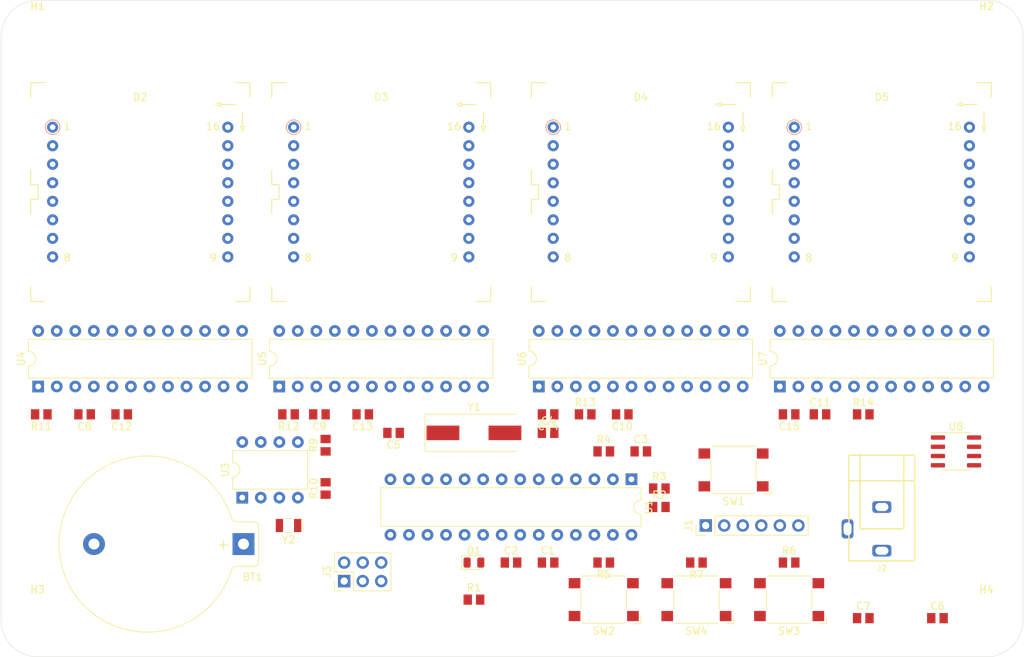
<source format=kicad_pcb>
(kicad_pcb (version 20211014) (generator pcbnew)
  (layers (0 "F.Cu" signal) (31 "B.Cu" signal) (34 "B.Paste" user) (35 "F.Paste" user) (36 "B.SilkS" user "B.Silkscreen") (37 "F.SilkS" user "F.Silkscreen") (38 "B.Mask" user) (39 "F.Mask" user) (44 "Edge.Cuts" user))
  (net 0 "")
  (net 1 "GND")
  (net 2 "Net-(BT1-Pad1)")
  (net 3 "Net-(C1-Pad1)")
  (net 4 "VCC")
  (net 5 "RESET")
  (net 6 "Net-(C3-Pad2)")
  (net 7 "Net-(C4-Pad2)")
  (net 8 "Net-(C5-Pad1)")
  (net 9 "Net-(C6-Pad1)")
  (net 10 "Net-(D1-Pad1)")
  (net 11 "LED_SCK")
  (net 12 "1DIG_4")
  (net 13 "1DIG_6")
  (net 14 "1SEG_A")
  (net 15 "1SEG_B")
  (net 16 "1DIG_7")
  (net 17 "1SEG_D")
  (net 18 "1DIG_5")
  (net 19 "1DIG_2")
  (net 20 "1DIG_0")
  (net 21 "1SEG_C")
  (net 22 "1SEG_E")
  (net 23 "1DIG_3")
  (net 24 "1SEG_DP")
  (net 25 "1DIG_1")
  (net 26 "1SEG_F")
  (net 27 "2DIG_4")
  (net 28 "2DIG_6")
  (net 29 "2SEG_A")
  (net 30 "2SEG_B")
  (net 31 "2DIG_7")
  (net 32 "2SEG_D")
  (net 33 "2DIG_5")
  (net 34 "2DIG_2")
  (net 35 "2DIG_0")
  (net 36 "2SEG_C")
  (net 37 "2SEG_E")
  (net 38 "2DIG_3")
  (net 39 "2SEG_DP")
  (net 40 "2DIG_1")
  (net 41 "2SEG_F")
  (net 42 "3DIG_4")
  (net 43 "3DIG_6")
  (net 44 "3SEG_A")
  (net 45 "3SEG_B")
  (net 46 "3DIG_7")
  (net 47 "3SEG_D")
  (net 48 "3DIG_5")
  (net 49 "3DIG_2")
  (net 50 "3DIG_0")
  (net 51 "3SEG_C")
  (net 52 "3SEG_E")
  (net 53 "3DIG_3")
  (net 54 "3SEG_DP")
  (net 55 "3DIG_1")
  (net 56 "3SEG_F")
  (net 57 "4DIG_4")
  (net 58 "4DIG_6")
  (net 59 "4SEG_A")
  (net 60 "4SEG_B")
  (net 61 "4DIG_7")
  (net 62 "4SEG_D")
  (net 63 "4DIG_5")
  (net 64 "4DIG_2")
  (net 65 "4DIG_0")
  (net 66 "4SEG_C")
  (net 67 "4SEG_E")
  (net 68 "4DIG_3")
  (net 69 "4SEG_DP")
  (net 70 "4DIG_1")
  (net 71 "4SEG_F")
  (net 72 "Net-(J1-Pad5)")
  (net 73 "Net-(J1-Pad4)")
  (net 78 "MISO")
  (net 79 "MOSI")
  (net 80 "RXD")
  (net 81 "TXD")
  (net 82 "BTN_UP")
  (net 83 "BTN_DWN")
  (net 84 "BTN_SEL")
  (net 85 "SCL")
  (net 86 "SDA")
  (net 87 "Net-(R11-Pad2)")
  (net 88 "Net-(R12-Pad2)")
  (net 89 "Net-(R13-Pad2)")
  (net 90 "Net-(R14-Pad2)")
  (net 91 "DIN")
  (net 92 "CS")
  (net 100 "CLK")
  (net 101 "Net-(U3-Pad1)")
  (net 102 "Net-(U3-Pad2)")
  (net 104 "Net-(U4-Pad1)")
  (net 105 "1SEG_G")
  (net 106 "D_OUT")
  (net 107 "Net-(U5-Pad1)")
  (net 108 "2SEG_G")
  (net 109 "Net-(U6-Pad1)")
  (net 110 "3SEG_G")
  (net 111 "4SEG_G")
  (footprint "footprints:C_0805_2012Metric" (layer "F.Cu") (at 198.12 139.7)
    (fp_text reference "C7" (at 0 -1.65) (layer "F.SilkS"))
    (fp_text value "C_0805_0.1uf")
    (pad "1" smd rect locked (at -0.85 0) (size 1.15 1.4) (layers "F.Cu" "F.Paste" "F.Mask") (net 4 "VCC"))
    (pad "2" smd rect locked (at 0.85 0) (size 1.15 1.4) (layers "F.Cu" "F.Paste" "F.Mask") (net 1 "GND"))
  )
  (footprint "footprints:MountingHole_3.2mm_M3" (layer "F.Cu") (at 215 140)
    (fp_text reference "H4" (at 0 -4.2) (layer "F.SilkS"))
    (fp_text value "MountingHole")
    (pad "" np_thru_hole circle locked (at 0 0) (size 3.2 3.2) (drill 3.2) (layers *.Cu *.Mask))
  )
  (footprint "footprints:R_0805_2012Metric" (layer "F.Cu") (at 85.51 111.76 180)
    (fp_text reference "R11" (at 0 -1.65) (layer "F.SilkS"))
    (fp_text value "R_0805_10K")
    (pad "1" smd rect locked (at -0.85 0 180) (size 1.15 1.4) (layers "F.Cu" "F.Paste" "F.Mask") (net 4 "VCC"))
    (pad "2" smd rect locked (at 0.85 0 180) (size 1.15 1.4) (layers "F.Cu" "F.Paste" "F.Mask") (net 87 "Net-(R11-Pad2)"))
  )
  (footprint "footprints:MountingHole_3.2mm_M3" (layer "F.Cu") (at 85 60)
    (fp_text reference "H1" (at 0 -4.2) (layer "F.SilkS"))
    (fp_text value "MountingHole")
    (pad "" np_thru_hole circle locked (at 0 0) (size 3.2 3.2) (drill 3.2) (layers *.Cu *.Mask))
  )
  (footprint "footprints:KWM-30881CVB" (layer "F.Cu") (at 132.08 81.28)
    (fp_text reference "D3" (at 0 -13) (layer "F.SilkS"))
    (fp_text value "KWM-30881CVB")
    (fp_text user "1" (at -10 -9) (layer "F.SilkS"))
    (fp_text user "16" (at 10 -9) (layer "F.SilkS"))
    (fp_text user "9" (at 10 9) (layer "F.SilkS"))
    (fp_text user "8" (at -10 9) (layer "F.SilkS"))
    (pad "1" thru_hole circle locked (at -12 -8.89) (size 1.524 1.524) (drill 0.762) (layers *.Cu *.Mask) (net 27 "2DIG_4"))
    (pad "2" thru_hole circle locked (at -12 -6.35) (size 1.524 1.524) (drill 0.762) (layers *.Cu *.Mask) (net 28 "2DIG_6"))
    (pad "3" thru_hole circle locked (at -12 -3.81) (size 1.524 1.524) (drill 0.762) (layers *.Cu *.Mask) (net 29 "2SEG_A"))
    (pad "4" thru_hole circle locked (at -12 -1.27) (size 1.524 1.524) (drill 0.762) (layers *.Cu *.Mask) (net 30 "2SEG_B"))
    (pad "5" thru_hole circle locked (at -12 1.27) (size 1.524 1.524) (drill 0.762) (layers *.Cu *.Mask) (net 31 "2DIG_7"))
    (pad "6" thru_hole circle locked (at -12 3.81) (size 1.524 1.524) (drill 0.762) (layers *.Cu *.Mask) (net 32 "2SEG_D"))
    (pad "7" thru_hole circle locked (at -12 6.35) (size 1.524 1.524) (drill 0.762) (layers *.Cu *.Mask) (net 33 "2DIG_5"))
    (pad "8" thru_hole circle locked (at -12 8.89) (size 1.524 1.524) (drill 0.762) (layers *.Cu *.Mask) (net 34 "2DIG_2"))
    (pad "9" thru_hole circle locked (at 12 8.89) (size 1.524 1.524) (drill 0.762) (layers *.Cu *.Mask) (net 35 "2DIG_0"))
    (pad "10" thru_hole circle locked (at 12 6.35) (size 1.524 1.524) (drill 0.762) (layers *.Cu *.Mask) (net 36 "2SEG_C"))
    (pad "11" thru_hole circle locked (at 12 3.81) (size 1.524 1.524) (drill 0.762) (layers *.Cu *.Mask) (net 37 "2SEG_E"))
    (pad "12" thru_hole circle locked (at 12 1.27) (size 1.524 1.524) (drill 0.762) (layers *.Cu *.Mask) (net 38 "2DIG_3"))
    (pad "13" thru_hole circle locked (at 12 -1.27) (size 1.524 1.524) (drill 0.762) (layers *.Cu *.Mask) (net 39 "2SEG_DP"))
    (pad "14" thru_hole circle locked (at 12 -3.81) (size 1.524 1.524) (drill 0.762) (layers *.Cu *.Mask) (net 40 "2DIG_1"))
    (pad "15" thru_hole circle locked (at 12 -6.35) (size 1.524 1.524) (drill 0.762) (layers *.Cu *.Mask) (net 41 "2SEG_F"))
    (pad "16" thru_hole circle locked (at 12 -8.89) (size 1.524 1.524) (drill 0.762) (layers *.Cu *.Mask) (net 37 "2SEG_E"))
  )
  (footprint "footprints:PJ-102AH" (layer "F.Cu") (at 200.66 127.46)
    (fp_text reference "J2" (at 0 5.4102) (layer "F.SilkS") (effects (font (size 0.762 0.762) (thickness 0.1524))))
    (fp_text value "PJ-102AH" hide)
    (pad "1" thru_hole roundrect locked (at 0 3) (size 2.6 1.6) (drill oval 1.8 1.1) (layers *.Cu *.Mask) (net 9 "Net-(C6-Pad1)"))
    (pad "2" thru_hole roundrect locked (at 0 -3) (size 2.6 1.6) (drill oval 1.8 1.1) (layers *.Cu *.Mask) (net 1 "GND"))
    (pad "3" thru_hole roundrect locked (at -4.7 0) (size 1.6 2.6) (drill oval 1.1 1.8) (layers *.Cu *.Mask))
  )
  (footprint "footprints:R_0805_2012Metric" (layer "F.Cu") (at 162.56 132.08 180)
    (fp_text reference "R5" (at 0 -1.65) (layer "F.SilkS"))
    (fp_text value "R_0805_10K")
    (pad "1" smd rect locked (at -0.85 0 180) (size 1.15 1.4) (layers "F.Cu" "F.Paste" "F.Mask") (net 4 "VCC"))
    (pad "2" smd rect locked (at 0.85 0 180) (size 1.15 1.4) (layers "F.Cu" "F.Paste" "F.Mask") (net 82 "BTN_UP"))
  )
  (footprint "footprints:SW_SPST_Omron_B3FS-100xP" (layer "F.Cu") (at 162.56 137.16 180)
    (fp_text reference "SW2" (at 0 -4.3) (layer "F.SilkS"))
    (fp_text value "Omron_B3F_SPST")
    (pad "1" smd rect locked (at -4 -2.25) (size 1.6 1.4) (layers "F.Cu" "F.Paste" "F.Mask") (net 1 "GND"))
    (pad "2" smd rect locked (at 4 -2.25) (size 1.6 1.4) (layers "F.Cu" "F.Paste" "F.Mask") (net 1 "GND"))
    (pad "3" smd rect locked (at -4 2.25) (size 1.6 1.4) (layers "F.Cu" "F.Paste" "F.Mask") (net 82 "BTN_UP"))
    (pad "4" smd rect locked (at 4 2.25) (size 1.6 1.4) (layers "F.Cu" "F.Paste" "F.Mask") (net 82 "BTN_UP"))
  )
  (footprint "footprints:C_0805_2012Metric" (layer "F.Cu") (at 133.77 114.3 180)
    (fp_text reference "C5" (at 0 -1.65) (layer "F.SilkS"))
    (fp_text value "C_0805_22pf")
    (pad "1" smd rect locked (at -0.85 0 180) (size 1.15 1.4) (layers "F.Cu" "F.Paste" "F.Mask") (net 8 "Net-(C5-Pad1)"))
    (pad "2" smd rect locked (at 0.85 0 180) (size 1.15 1.4) (layers "F.Cu" "F.Paste" "F.Mask") (net 1 "GND"))
  )
  (footprint "footprints:C_0805_2012Metric" (layer "F.Cu") (at 154.94 111.76 180)
    (fp_text reference "C14" (at 0 -1.65) (layer "F.SilkS"))
    (fp_text value "C_0805_0.1uf")
    (pad "1" smd rect locked (at -0.85 0 180) (size 1.15 1.4) (layers "F.Cu" "F.Paste" "F.Mask") (net 4 "VCC"))
    (pad "2" smd rect locked (at 0.85 0 180) (size 1.15 1.4) (layers "F.Cu" "F.Paste" "F.Mask") (net 1 "GND"))
  )
  (footprint "footprints:MountingHole_3.2mm_M3" (layer "F.Cu") (at 85 140)
    (fp_text reference "H3" (at 0 -4.2) (layer "F.SilkS"))
    (fp_text value "MountingHole")
    (pad "" np_thru_hole circle locked (at 0 0) (size 3.2 3.2) (drill 3.2) (layers *.Cu *.Mask))
  )
  (footprint "footprints:BatteryHolder_Keystone_106_1x20mm" (layer "F.Cu") (at 113.213686 129.54 180)
    (fp_text reference "BT1" (at -1.25 -4.5) (layer "F.SilkS"))
    (fp_text value "Battery_Cell")
    (fp_text user "+" (at 2.75 0) (layer "F.SilkS") (effects (font (size 1.5 1.5))))
    (pad "1" thru_hole rect locked (at 0 0 180) (size 3 3) (drill 1.5) (layers *.Cu *.Mask) (net 2 "Net-(BT1-Pad1)"))
    (pad "2" thru_hole circle locked (at 20.49 0 180) (size 3 3) (drill 1.5) (layers *.Cu *.Mask) (net 1 "GND"))
  )
  (footprint "footprints:C_0805_2012Metric" (layer "F.Cu") (at 165.1 111.76 180)
    (fp_text reference "C10" (at 0 -1.65) (layer "F.SilkS"))
    (fp_text value "C_0805_10uf")
    (pad "1" smd rect locked (at -0.85 0 180) (size 1.15 1.4) (layers "F.Cu" "F.Paste" "F.Mask") (net 1 "GND"))
    (pad "2" smd rect locked (at 0.85 0 180) (size 1.15 1.4) (layers "F.Cu" "F.Paste" "F.Mask") (net 4 "VCC"))
  )
  (footprint "footprints:KWM-30881CVB" (layer "F.Cu") (at 167.64 81.28)
    (fp_text reference "D4" (at 0 -13) (layer "F.SilkS"))
    (fp_text value "KWM-30881CVB")
    (fp_text user "16" (at 10 -9) (layer "F.SilkS"))
    (fp_text user "9" (at 10 9) (layer "F.SilkS"))
    (fp_text user "1" (at -10 -9) (layer "F.SilkS"))
    (fp_text user "8" (at -10 9) (layer "F.SilkS"))
    (pad "1" thru_hole circle locked (at -12 -8.89) (size 1.524 1.524) (drill 0.762) (layers *.Cu *.Mask) (net 42 "3DIG_4"))
    (pad "2" thru_hole circle locked (at -12 -6.35) (size 1.524 1.524) (drill 0.762) (layers *.Cu *.Mask) (net 43 "3DIG_6"))
    (pad "3" thru_hole circle locked (at -12 -3.81) (size 1.524 1.524) (drill 0.762) (layers *.Cu *.Mask) (net 44 "3SEG_A"))
    (pad "4" thru_hole circle locked (at -12 -1.27) (size 1.524 1.524) (drill 0.762) (layers *.Cu *.Mask) (net 45 "3SEG_B"))
    (pad "5" thru_hole circle locked (at -12 1.27) (size 1.524 1.524) (drill 0.762) (layers *.Cu *.Mask) (net 46 "3DIG_7"))
    (pad "6" thru_hole circle locked (at -12 3.81) (size 1.524 1.524) (drill 0.762) (layers *.Cu *.Mask) (net 47 "3SEG_D"))
    (pad "7" thru_hole circle locked (at -12 6.35) (size 1.524 1.524) (drill 0.762) (layers *.Cu *.Mask) (net 48 "3DIG_5"))
    (pad "8" thru_hole circle locked (at -12 8.89) (size 1.524 1.524) (drill 0.762) (layers *.Cu *.Mask) (net 49 "3DIG_2"))
    (pad "9" thru_hole circle locked (at 12 8.89) (size 1.524 1.524) (drill 0.762) (layers *.Cu *.Mask) (net 50 "3DIG_0"))
    (pad "10" thru_hole circle locked (at 12 6.35) (size 1.524 1.524) (drill 0.762) (layers *.Cu *.Mask) (net 51 "3SEG_C"))
    (pad "11" thru_hole circle locked (at 12 3.81) (size 1.524 1.524) (drill 0.762) (layers *.Cu *.Mask) (net 52 "3SEG_E"))
    (pad "12" thru_hole circle locked (at 12 1.27) (size 1.524 1.524) (drill 0.762) (layers *.Cu *.Mask) (net 53 "3DIG_3"))
    (pad "13" thru_hole circle locked (at 12 -1.27) (size 1.524 1.524) (drill 0.762) (layers *.Cu *.Mask) (net 54 "3SEG_DP"))
    (pad "14" thru_hole circle locked (at 12 -3.81) (size 1.524 1.524) (drill 0.762) (layers *.Cu *.Mask) (net 55 "3DIG_1"))
    (pad "15" thru_hole circle locked (at 12 -6.35) (size 1.524 1.524) (drill 0.762) (layers *.Cu *.Mask) (net 56 "3SEG_F"))
    (pad "16" thru_hole circle locked (at 12 -8.89) (size 1.524 1.524) (drill 0.762) (layers *.Cu *.Mask) (net 52 "3SEG_E"))
  )
  (footprint "footprints:C_0805_2012Metric" (layer "F.Cu") (at 91.44 111.76 180)
    (fp_text reference "C8" (at 0 -1.65) (layer "F.SilkS"))
    (fp_text value "C_0805_10uf")
    (pad "1" smd rect locked (at -0.85 0 180) (size 1.15 1.4) (layers "F.Cu" "F.Paste" "F.Mask") (net 1 "GND"))
    (pad "2" smd rect locked (at 0.85 0 180) (size 1.15 1.4) (layers "F.Cu" "F.Paste" "F.Mask") (net 4 "VCC"))
  )
  (footprint "footprints:DIP-8_W7.62mm" (layer "F.Cu") (at 113.04 123.18 90)
    (fp_text reference "U3" (at 3.81 -2.33 90) (layer "F.SilkS"))
    (fp_text value "DS1307_DIP-8")
    (pad "1" thru_hole rect locked (at 0 0 90) (size 1.6 1.6) (drill 0.8) (layers *.Cu *.Mask) (net 101 "Net-(U3-Pad1)"))
    (pad "2" thru_hole oval locked (at 0 2.54 90) (size 1.6 1.6) (drill 0.8) (layers *.Cu *.Mask) (net 102 "Net-(U3-Pad2)"))
    (pad "3" thru_hole oval locked (at 0 5.08 90) (size 1.6 1.6) (drill 0.8) (layers *.Cu *.Mask) (net 2 "Net-(BT1-Pad1)"))
    (pad "4" thru_hole oval locked (at 0 7.62 90) (size 1.6 1.6) (drill 0.8) (layers *.Cu *.Mask) (net 1 "GND"))
    (pad "5" thru_hole oval locked (at 7.62 7.62 90) (size 1.6 1.6) (drill 0.8) (layers *.Cu *.Mask) (net 86 "SDA"))
    (pad "6" thru_hole oval locked (at 7.62 5.08 90) (size 1.6 1.6) (drill 0.8) (layers *.Cu *.Mask) (net 85 "SCL"))
    (pad "7" thru_hole oval locked (at 7.62 2.54 90) (size 1.6 1.6) (drill 0.8) (layers *.Cu *.Mask))
    (pad "8" thru_hole oval locked (at 7.62 0 90) (size 1.6 1.6) (drill 0.8) (layers *.Cu *.Mask) (net 4 "VCC"))
  )
  (footprint "footprints:DIP-24_W7.62mm" (layer "F.Cu") (at 153.665 107.94 90)
    (fp_text reference "U6" (at 3.81 -2.33 90) (layer "F.SilkS"))
    (fp_text value "MAX7219")
    (pad "1" thru_hole rect locked (at 0 0 90) (size 1.6 1.6) (drill 0.8) (layers *.Cu *.Mask) (net 109 "Net-(U6-Pad1)"))
    (pad "2" thru_hole oval locked (at 0 2.54 90) (size 1.6 1.6) (drill 0.8) (layers *.Cu *.Mask) (net 50 "3DIG_0"))
    (pad "3" thru_hole oval locked (at 0 5.08 90) (size 1.6 1.6) (drill 0.8) (layers *.Cu *.Mask) (net 42 "3DIG_4"))
    (pad "4" thru_hole oval locked (at 0 7.62 90) (size 1.6 1.6) (drill 0.8) (layers *.Cu *.Mask) (net 1 "GND"))
    (pad "5" thru_hole oval locked (at 0 10.16 90) (size 1.6 1.6) (drill 0.8) (layers *.Cu *.Mask) (net 43 "3DIG_6"))
    (pad "6" thru_hole oval locked (at 0 12.7 90) (size 1.6 1.6) (drill 0.8) (layers *.Cu *.Mask) (net 49 "3DIG_2"))
    (pad "7" thru_hole oval locked (at 0 15.24 90) (size 1.6 1.6) (drill 0.8) (layers *.Cu *.Mask) (net 53 "3DIG_3"))
    (pad "8" thru_hole oval locked (at 0 17.78 90) (size 1.6 1.6) (drill 0.8) (layers *.Cu *.Mask) (net 46 "3DIG_7"))
    (pad "9" thru_hole oval locked (at 0 20.32 90) (size 1.6 1.6) (drill 0.8) (layers *.Cu *.Mask) (net 1 "GND"))
    (pad "10" thru_hole oval locked (at 0 22.86 90) (size 1.6 1.6) (drill 0.8) (layers *.Cu *.Mask) (net 48 "3DIG_5"))
    (pad "11" thru_hole oval locked (at 0 25.4 90) (size 1.6 1.6) (drill 0.8) (layers *.Cu *.Mask) (net 55 "3DIG_1"))
    (pad "12" thru_hole oval locked (at 0 27.94 90) (size 1.6 1.6) (drill 0.8) (layers *.Cu *.Mask) (net 92 "CS"))
    (pad "13" thru_hole oval locked (at 7.62 27.94 90) (size 1.6 1.6) (drill 0.8) (layers *.Cu *.Mask) (net 100 "CLK"))
    (pad "14" thru_hole oval locked (at 7.62 25.4 90) (size 1.6 1.6) (drill 0.8) (layers *.Cu *.Mask) (net 44 "3SEG_A"))
    (pad "15" thru_hole oval locked (at 7.62 22.86 90) (size 1.6 1.6) (drill 0.8) (layers *.Cu *.Mask) (net 56 "3SEG_F"))
    (pad "16" thru_hole oval locked (at 7.62 20.32 90) (size 1.6 1.6) (drill 0.8) (layers *.Cu *.Mask) (net 45 "3SEG_B"))
    (pad "17" thru_hole oval locked (at 7.62 17.78 90) (size 1.6 1.6) (drill 0.8) (layers *.Cu *.Mask) (net 110 "3SEG_G"))
    (pad "18" thru_hole oval locked (at 7.62 15.24 90) (size 1.6 1.6) (drill 0.8) (layers *.Cu *.Mask) (net 89 "Net-(R13-Pad2)"))
    (pad "19" thru_hole oval locked (at 7.62 12.7 90) (size 1.6 1.6) (drill 0.8) (layers *.Cu *.Mask) (net 4 "VCC"))
    (pad "20" thru_hole oval locked (at 7.62 10.16 90) (size 1.6 1.6) (drill 0.8) (layers *.Cu *.Mask) (net 51 "3SEG_C"))
    (pad "21" thru_hole oval locked (at 7.62 7.62 90) (size 1.6 1.6) (drill 0.8) (layers *.Cu *.Mask) (net 52 "3SEG_E"))
    (pad "22" thru_hole oval locked (at 7.62 5.08 90) (size 1.6 1.6) (drill 0.8) (layers *.Cu *.Mask) (net 54 "3SEG_DP"))
    (pad "23" thru_hole oval locked (at 7.62 2.54 90) (size 1.6 1.6) (drill 0.8) (layers *.Cu *.Mask) (net 47 "3SEG_D"))
    (pad "24" thru_hole oval locked (at 7.62 0 90) (size 1.6 1.6) (drill 0.8) (layers *.Cu *.Mask) (net 107 "Net-(U5-Pad1)"))
  )
  (footprint "footprints:PinHeader_2x03_P2.54mm_Vertical" (layer "F.Cu") (at 127 134.62 90)
    (fp_text reference "J3" (at 1.27 -2.33 90) (layer "F.SilkS"))
    (fp_text value "Conn_02x03_Odd_Even")
    (pad "1" thru_hole rect locked (at 0 0 90) (size 1.7 1.7) (drill 1) (layers *.Cu *.Mask) (net 78 "MISO"))
    (pad "2" thru_hole oval locked (at 2.54 0 90) (size 1.7 1.7) (drill 1) (layers *.Cu *.Mask) (net 4 "VCC"))
    (pad "3" thru_hole oval locked (at 0 2.54 90) (size 1.7 1.7) (drill 1) (layers *.Cu *.Mask) (net 11 "LED_SCK"))
    (pad "4" thru_hole oval locked (at 2.54 2.54 90) (size 1.7 1.7) (drill 1) (layers *.Cu *.Mask) (net 79 "MOSI"))
    (pad "5" thru_hole oval locked (at 0 5.08 90) (size 1.7 1.7) (drill 1) (layers *.Cu *.Mask) (net 5 "RESET"))
    (pad "6" thru_hole oval locked (at 2.54 5.08 90) (size 1.7 1.7) (drill 1) (layers *.Cu *.Mask) (net 1 "GND"))
  )
  (footprint "footprints:C_0805_2012Metric" (layer "F.Cu") (at 96.52 111.76 180)
    (fp_text reference "C12" (at 0 -1.65) (layer "F.SilkS"))
    (fp_text value "C_0805_0.1uf")
    (pad "1" smd rect locked (at -0.85 0 180) (size 1.15 1.4) (layers "F.Cu" "F.Paste" "F.Mask") (net 4 "VCC"))
    (pad "2" smd rect locked (at 0.85 0 180) (size 1.15 1.4) (layers "F.Cu" "F.Paste" "F.Mask") (net 1 "GND"))
  )
  (footprint "footprints:C_0805_2012Metric" (layer "F.Cu") (at 129.54 111.76 180)
    (fp_text reference "C13" (at 0 -1.65) (layer "F.SilkS"))
    (fp_text value "C_0805_0.1uf")
    (pad "1" smd rect locked (at -0.85 0 180) (size 1.15 1.4) (layers "F.Cu" "F.Paste" "F.Mask") (net 4 "VCC"))
    (pad "2" smd rect locked (at 0.85 0 180) (size 1.15 1.4) (layers "F.Cu" "F.Paste" "F.Mask") (net 1 "GND"))
  )
  (footprint "footprints:Crystal_SMD_2Pin_3.2x1.5mm" (layer "F.Cu") (at 119.38 127 180)
    (fp_text reference "Y2" (at 0 -1.95) (layer "F.SilkS"))
    (fp_text value "Crystal_32768Hz")
    (pad "1" smd rect locked (at -1.25 0 180) (size 1 1.8) (layers "F.Cu" "F.Paste" "F.Mask") (net 102 "Net-(U3-Pad2)"))
    (pad "2" smd rect locked (at 1.25 0 180) (size 1 1.8) (layers "F.Cu" "F.Paste" "F.Mask") (net 101 "Net-(U3-Pad1)"))
  )
  (footprint "footprints:R_0805_2012Metric" (layer "F.Cu") (at 170.18 121.92)
    (fp_text reference "R3" (at 0 -1.65) (layer "F.SilkS"))
    (fp_text value "R_0805_47")
    (pad "1" smd rect locked (at -0.85 0) (size 1.15 1.4) (layers "F.Cu" "F.Paste" "F.Mask") (net 80 "RXD"))
    (pad "2" smd rect locked (at 0.85 0) (size 1.15 1.4) (layers "F.Cu" "F.Paste" "F.Mask") (net 72 "Net-(J1-Pad5)"))
  )
  (footprint "footprints:DIP-24_W7.62mm" (layer "F.Cu") (at 186.685 107.94 90)
    (fp_text reference "U7" (at 3.81 -2.33 90) (layer "F.SilkS"))
    (fp_text value "MAX7219")
    (pad "1" thru_hole rect locked (at 0 0 90) (size 1.6 1.6) (drill 0.8) (layers *.Cu *.Mask) (net 91 "DIN"))
    (pad "2" thru_hole oval locked (at 0 2.54 90) (size 1.6 1.6) (drill 0.8) (layers *.Cu *.Mask) (net 65 "4DIG_0"))
    (pad "3" thru_hole oval locked (at 0 5.08 90) (size 1.6 1.6) (drill 0.8) (layers *.Cu *.Mask) (net 57 "4DIG_4"))
    (pad "4" thru_hole oval locked (at 0 7.62 90) (size 1.6 1.6) (drill 0.8) (layers *.Cu *.Mask) (net 1 "GND"))
    (pad "5" thru_hole oval locked (at 0 10.16 90) (size 1.6 1.6) (drill 0.8) (layers *.Cu *.Mask) (net 58 "4DIG_6"))
    (pad "6" thru_hole oval locked (at 0 12.7 90) (size 1.6 1.6) (drill 0.8) (layers *.Cu *.Mask) (net 64 "4DIG_2"))
    (pad "7" thru_hole oval locked (at 0 15.24 90) (size 1.6 1.6) (drill 0.8) (layers *.Cu *.Mask) (net 68 "4DIG_3"))
    (pad "8" thru_hole oval locked (at 0 17.78 90) (size 1.6 1.6) (drill 0.8) (layers *.Cu *.Mask) (net 61 "4DIG_7"))
    (pad "9" thru_hole oval locked (at 0 20.32 90) (size 1.6 1.6) (drill 0.8) (layers *.Cu *.Mask) (net 1 "GND"))
    (pad "10" thru_hole oval locked (at 0 22.86 90) (size 1.6 1.6) (drill 0.8) (layers *.Cu *.Mask) (net 63 "4DIG_5"))
    (pad "11" thru_hole oval locked (at 0 25.4 90) (size 1.6 1.6) (drill 0.8) (layers *.Cu *.Mask) (net 70 "4DIG_1"))
    (pad "12" thru_hole oval locked (at 0 27.94 90) (size 1.6 1.6) (drill 0.8) (layers *.Cu *.Mask) (net 92 "CS"))
    (pad "13" thru_hole oval locked (at 7.62 27.94 90) (size 1.6 1.6) (drill 0.8) (layers *.Cu *.Mask) (net 100 "CLK"))
    (pad "14" thru_hole oval locked (at 7.62 25.4 90) (size 1.6 1.6) (drill 0.8) (layers *.Cu *.Mask) (net 59 "4SEG_A"))
    (pad "15" thru_hole oval locked (at 7.62 22.86 90) (size 1.6 1.6) (drill 0.8) (layers *.Cu *.Mask) (net 71 "4SEG_F"))
    (pad "16" thru_hole oval locked (at 7.62 20.32 90) (size 1.6 1.6) (drill 0.8) (layers *.Cu *.Mask) (net 60 "4SEG_B"))
    (pad "17" thru_hole oval locked (at 7.62 17.78 90) (size 1.6 1.6) (drill 0.8) (layers *.Cu *.Mask) (net 111 "4SEG_G"))
    (pad "18" thru_hole oval locked (at 7.62 15.24 90) (size 1.6 1.6) (drill 0.8) (layers *.Cu *.Mask) (net 90 "Net-(R14-Pad2)"))
    (pad "19" thru_hole oval locked (at 7.62 12.7 90) (size 1.6 1.6) (drill 0.8) (layers *.Cu *.Mask) (net 4 "VCC"))
    (pad "20" thru_hole oval locked (at 7.62 10.16 90) (size 1.6 1.6) (drill 0.8) (layers *.Cu *.Mask) (net 66 "4SEG_C"))
    (pad "21" thru_hole oval locked (at 7.62 7.62 90) (size 1.6 1.6) (drill 0.8) (layers *.Cu *.Mask) (net 67 "4SEG_E"))
    (pad "22" thru_hole oval locked (at 7.62 5.08 90) (size 1.6 1.6) (drill 0.8) (layers *.Cu *.Mask) (net 69 "4SEG_DP"))
    (pad "23" thru_hole oval locked (at 7.62 2.54 90) (size 1.6 1.6) (drill 0.8) (layers *.Cu *.Mask) (net 62 "4SEG_D"))
    (pad "24" thru_hole oval locked (at 7.62 0 90) (size 1.6 1.6) (drill 0.8) (layers *.Cu *.Mask) (net 109 "Net-(U6-Pad1)"))
  )
  (footprint "footprints:R_0805_2012Metric" (layer "F.Cu") (at 119.38 111.76 180)
    (fp_text reference "R12" (at 0 -1.65) (layer "F.SilkS"))
    (fp_text value "R_0805_10K")
    (pad "1" smd rect locked (at -0.85 0 180) (size 1.15 1.4) (layers "F.Cu" "F.Paste" "F.Mask") (net 4 "VCC"))
    (pad "2" smd rect locked (at 0.85 0 180) (size 1.15 1.4) (layers "F.Cu" "F.Paste" "F.Mask") (net 88 "Net-(R12-Pad2)"))
  )
  (footprint "footprints:DIP-28_W7.62mm" (layer "F.Cu") (at 166.36 120.66 -90)
    (fp_text reference "U1" (at 3.81 -2.33 90) (layer "F.SilkS"))
    (fp_text value "ATmega328-PU")
    (pad "1" thru_hole rect locked (at 0 0 270) (size 1.6 1.6) (drill 0.8) (layers *.Cu *.Mask) (net 5 "RESET"))
    (pad "2" thru_hole oval locked (at 0 2.54 270) (size 1.6 1.6) (drill 0.8) (layers *.Cu *.Mask) (net 80 "RXD"))
    (pad "3" thru_hole oval locked (at 0 5.08 270) (size 1.6 1.6) (drill 0.8) (layers *.Cu *.Mask) (net 81 "TXD"))
    (pad "4" thru_hole oval locked (at 0 7.62 270) (size 1.6 1.6) (drill 0.8) (layers *.Cu *.Mask) (net 83 "BTN_DWN"))
    (pad "5" thru_hole oval locked (at 0 10.16 270) (size 1.6 1.6) (drill 0.8) (layers *.Cu *.Mask) (net 84 "BTN_SEL"))
    (pad "6" thru_hole oval locked (at 0 12.7 270) (size 1.6 1.6) (drill 0.8) (layers *.Cu *.Mask) (net 82 "BTN_UP"))
    (pad "7" thru_hole oval locked (at 0 15.24 270) (size 1.6 1.6) (drill 0.8) (layers *.Cu *.Mask) (net 4 "VCC"))
    (pad "8" thru_hole oval locked (at 0 17.78 270) (size 1.6 1.6) (drill 0.8) (layers *.Cu *.Mask) (net 1 "GND"))
    (pad "9" thru_hole oval locked (at 0 20.32 270) (size 1.6 1.6) (drill 0.8) (layers *.Cu *.Mask) (net 7 "Net-(C4-Pad2)"))
    (pad "10" thru_hole oval locked (at 0 22.86 270) (size 1.6 1.6) (drill 0.8) (layers *.Cu *.Mask) (net 8 "Net-(C5-Pad1)"))
    (pad "11" thru_hole oval locked (at 0 25.4 270) (size 1.6 1.6) (drill 0.8) (layers *.Cu *.Mask))
    (pad "12" thru_hole oval locked (at 0 27.94 270) (size 1.6 1.6) (drill 0.8) (layers *.Cu *.Mask))
    (pad "13" thru_hole oval locked (at 0 30.48 270) (size 1.6 1.6) (drill 0.8) (layers *.Cu *.Mask))
    (pad "14" thru_hole oval locked (at 0 33.02 270) (size 1.6 1.6) (drill 0.8) (layers *.Cu *.Mask) (net 100 "CLK"))
    (pad "15" thru_hole oval locked (at 7.62 33.02 270) (size 1.6 1.6) (drill 0.8) (layers *.Cu *.Mask) (net 91 "DIN"))
    (pad "16" thru_hole oval locked (at 7.62 30.48 270) (size 1.6 1.6) (drill 0.8) (layers *.Cu *.Mask) (net 92 "CS"))
    (pad "17" thru_hole oval locked (at 7.62 27.94 270) (size 1.6 1.6) (drill 0.8) (layers *.Cu *.Mask) (net 79 "MOSI"))
    (pad "18" thru_hole oval locked (at 7.62 25.4 270) (size 1.6 1.6) (drill 0.8) (layers *.Cu *.Mask) (net 78 "MISO"))
    (pad "19" thru_hole oval locked (at 7.62 22.86 270) (size 1.6 1.6) (drill 0.8) (layers *.Cu *.Mask) (net 11 "LED_SCK"))
    (pad "20" thru_hole oval locked (at 7.62 20.32 270) (size 1.6 1.6) (drill 0.8) (layers *.Cu *.Mask) (net 4 "VCC"))
    (pad "21" thru_hole oval locked (at 7.62 17.78 270) (size 1.6 1.6) (drill 0.8) (layers *.Cu *.Mask) (net 3 "Net-(C1-Pad1)"))
    (pad "22" thru_hole oval locked (at 7.62 15.24 270) (size 1.6 1.6) (drill 0.8) (layers *.Cu *.Mask) (net 1 "GND"))
    (pad "23" thru_hole oval locked (at 7.62 12.7 270) (size 1.6 1.6) (drill 0.8) (layers *.Cu *.Mask))
    (pad "24" thru_hole oval locked (at 7.62 10.16 270) (size 1.6 1.6) (drill 0.8) (layers *.Cu *.Mask))
    (pad "25" thru_hole oval locked (at 7.62 7.62 270) (size 1.6 1.6) (drill 0.8) (layers *.Cu *.Mask))
    (pad "26" thru_hole oval locked (at 7.62 5.08 270) (size 1.6 1.6) (drill 0.8) (layers *.Cu *.Mask))
    (pad "27" thru_hole oval locked (at 7.62 2.54 270) (size 1.6 1.6) (drill 0.8) (layers *.Cu *.Mask) (net 86 "SDA"))
    (pad "28" thru_hole oval locked (at 7.62 0 270) (size 1.6 1.6) (drill 0.8) (layers *.Cu *.Mask) (net 85 "SCL"))
  )
  (footprint "footprints:SOIC-8_3.9x4.9mm_P1.27mm" (layer "F.Cu") (at 210.82 116.84)
    (fp_text reference "U8" (at 0 -3.4) (layer "F.SilkS"))
    (fp_text value "ADT7410")
    (pad "1" smd roundrect locked (at -2.475 -1.905) (size 1.95 0.6) (layers "F.Cu" "F.Paste" "F.Mask"))
    (pad "2" smd roundrect locked (at -2.475 -0.635) (size 1.95 0.6) (layers "F.Cu" "F.Paste" "F.Mask"))
    (pad "3" smd roundrect locked (at -2.475 0.635) (size 1.95 0.6) (layers "F.Cu" "F.Paste" "F.Mask"))
    (pad "4" smd roundrect locked (at -2.475 1.905) (size 1.95 0.6) (layers "F.Cu" "F.Paste" "F.Mask"))
    (pad "5" smd roundrect locked (at 2.475 1.905) (size 1.95 0.6) (layers "F.Cu" "F.Paste" "F.Mask"))
    (pad "6" smd roundrect locked (at 2.475 0.635) (size 1.95 0.6) (layers "F.Cu" "F.Paste" "F.Mask"))
    (pad "7" smd roundrect locked (at 2.475 -0.635) (size 1.95 0.6) (layers "F.Cu" "F.Paste" "F.Mask"))
    (pad "8" smd roundrect locked (at 2.475 -1.905) (size 1.95 0.6) (layers "F.Cu" "F.Paste" "F.Mask"))
  )
  (footprint "footprints:R_0805_2012Metric" (layer "F.Cu") (at 144.78 137.16)
    (fp_text reference "R1" (at 0 -1.65) (layer "F.SilkS"))
    (fp_text value "R_0805_2.2K")
    (pad "1" smd rect locked (at -0.85 0) (size 1.15 1.4) (layers "F.Cu" "F.Paste" "F.Mask") (net 10 "Net-(D1-Pad1)"))
    (pad "2" smd rect locked (at 0.85 0) (size 1.15 1.4) (layers "F.Cu" "F.Paste" "F.Mask") (net 1 "GND"))
  )
  (footprint "footprints:DIP-24_W7.62mm" (layer "F.Cu") (at 85.085 107.94 90)
    (fp_text reference "U4" (at 3.81 -2.33 90) (layer "F.SilkS"))
    (fp_text value "MAX7219")
    (pad "1" thru_hole rect locked (at 0 0 90) (size 1.6 1.6) (drill 0.8) (layers *.Cu *.Mask) (net 104 "Net-(U4-Pad1)"))
    (pad "2" thru_hole oval locked (at 0 2.54 90) (size 1.6 1.6) (drill 0.8) (layers *.Cu *.Mask) (net 20 "1DIG_0"))
    (pad "3" thru_hole oval locked (at 0 5.08 90) (size 1.6 1.6) (drill 0.8) (layers *.Cu *.Mask) (net 12 "1DIG_4"))
    (pad "4" thru_hole oval locked (at 0 7.62 90) (size 1.6 1.6) (drill 0.8) (layers *.Cu *.Mask) (net 1 "GND"))
    (pad "5" thru_hole oval locked (at 0 10.16 90) (size 1.6 1.6) (drill 0.8) (layers *.Cu *.Mask) (net 13 "1DIG_6"))
    (pad "6" thru_hole oval locked (at 0 12.7 90) (size 1.6 1.6) (drill 0.8) (layers *.Cu *.Mask) (net 19 "1DIG_2"))
    (pad "7" thru_hole oval locked (at 0 15.24 90) (size 1.6 1.6) (drill 0.8) (layers *.Cu *.Mask) (net 23 "1DIG_3"))
    (pad "8" thru_hole oval locked (at 0 17.78 90) (size 1.6 1.6) (drill 0.8) (layers *.Cu *.Mask) (net 16 "1DIG_7"))
    (pad "9" thru_hole oval locked (at 0 20.32 90) (size 1.6 1.6) (drill 0.8) (layers *.Cu *.Mask) (net 1 "GND"))
    (pad "10" thru_hole oval locked (at 0 22.86 90) (size 1.6 1.6) (drill 0.8) (layers *.Cu *.Mask) (net 18 "1DIG_5"))
    (pad "11" thru_hole oval locked (at 0 25.4 90) (size 1.6 1.6) (drill 0.8) (layers *.Cu *.Mask) (net 25 "1DIG_1"))
    (pad "12" thru_hole oval locked (at 0 27.94 90) (size 1.6 1.6) (drill 0.8) (layers *.Cu *.Mask) (net 92 "CS"))
    (pad "13" thru_hole oval locked (at 7.62 27.94 90) (size 1.6 1.6) (drill 0.8) (layers *.Cu *.Mask) (net 100 "CLK"))
    (pad "14" thru_hole oval locked (at 7.62 25.4 90) (size 1.6 1.6) (drill 0.8) (layers *.Cu *.Mask) (net 14 "1SEG_A"))
    (pad "15" thru_hole oval locked (at 7.62 22.86 90) (size 1.6 1.6) (drill 0.8) (layers *.Cu *.Mask) (net 26 "1SEG_F"))
    (pad "16" thru_hole oval locked (at 7.62 20.32 90) (size 1.6 1.6) (drill 0.8) (layers *.Cu *.Mask) (net 15 "1SEG_B"))
    (pad "17" thru_hole oval locked (at 7.62 17.78 90) (size 1.6 1.6) (drill 0.8) (layers *.Cu *.Mask) (net 105 "1SEG_G"))
    (pad "18" thru_hole oval locked (at 7.62 15.24 90) (size 1.6 1.6) (drill 0.8) (layers *.Cu *.Mask) (net 87 "Net-(R11-Pad2)"))
    (pad "19" thru_hole oval locked (at 7.62 12.7 90) (size 1.6 1.6) (drill 0.8) (layers *.Cu *.Mask) (net 4 "VCC"))
    (pad "20" thru_hole oval locked (at 7.62 10.16 90) (size 1.6 1.6) (drill 0.8) (layers *.Cu *.Mask) (net 21 "1SEG_C"))
    (pad "21" thru_hole oval locked (at 7.62 7.62 90) (size 1.6 1.6) (drill 0.8) (layers *.Cu *.Mask) (net 22 "1SEG_E"))
    (pad "22" thru_hole oval locked (at 7.62 5.08 90) (size 1.6 1.6) (drill 0.8) (layers *.Cu *.Mask) (net 24 "1SEG_DP"))
    (pad "23" thru_hole oval locked (at 7.62 2.54 90) (size 1.6 1.6) (drill 0.8) (layers *.Cu *.Mask) (net 17 "1SEG_D"))
    (pad "24" thru_hole oval locked (at 7.62 0 90) (size 1.6 1.6) (drill 0.8) (layers *.Cu *.Mask) (net 106 "D_OUT"))
  )
  (footprint "footprints:R_0805_2012Metric" (layer "F.Cu") (at 160.02 111.76)
    (fp_text reference "R13" (at 0 -1.65) (layer "F.SilkS"))
    (fp_text value "R_0805_10K")
    (pad "1" smd rect locked (at -0.85 0) (size 1.15 1.4) (layers "F.Cu" "F.Paste" "F.Mask") (net 4 "VCC"))
    (pad "2" smd rect locked (at 0.85 0) (size 1.15 1.4) (layers "F.Cu" "F.Paste" "F.Mask") (net 89 "Net-(R13-Pad2)"))
  )
  (footprint "footprints:MountingHole_3.2mm_M3" (layer "F.Cu") (at 215 60)
    (fp_text reference "H2" (at 0 -4.2) (layer "F.SilkS"))
    (fp_text value "MountingHole")
    (pad "" np_thru_hole circle locked (at 0 0) (size 3.2 3.2) (drill 3.2) (layers *.Cu *.Mask))
  )
  (footprint "footprints:SW_SPST_Omron_B3FS-100xP" (layer "F.Cu") (at 187.96 137.16 180)
    (fp_text reference "SW3" (at 0 -4.3) (layer "F.SilkS"))
    (fp_text value "Omron_B3F_SPST")
    (pad "1" smd rect locked (at -4 -2.25) (size 1.6 1.4) (layers "F.Cu" "F.Paste" "F.Mask") (net 1 "GND"))
    (pad "2" smd rect locked (at 4 -2.25) (size 1.6 1.4) (layers "F.Cu" "F.Paste" "F.Mask") (net 1 "GND"))
    (pad "3" smd rect locked (at -4 2.25) (size 1.6 1.4) (layers "F.Cu" "F.Paste" "F.Mask") (net 83 "BTN_DWN"))
    (pad "4" smd rect locked (at 4 2.25) (size 1.6 1.4) (layers "F.Cu" "F.Paste" "F.Mask") (net 83 "BTN_DWN"))
  )
  (footprint "footprints:C_0805_2012Metric" (layer "F.Cu") (at 187.96 111.76 180)
    (fp_text reference "C15" (at 0 -1.65) (layer "F.SilkS"))
    (fp_text value "C_0805_0.1uf")
    (pad "1" smd rect locked (at -0.85 0 180) (size 1.15 1.4) (layers "F.Cu" "F.Paste" "F.Mask") (net 4 "VCC"))
    (pad "2" smd rect locked (at 0.85 0 180) (size 1.15 1.4) (layers "F.Cu" "F.Paste" "F.Mask") (net 1 "GND"))
  )
  (footprint "footprints:MountingHole_3.2mm_M3" (layer "F.Cu") (at 85 140)
    (fp_text reference "H3" (at 0 -4.2) (layer "F.SilkS"))
    (fp_text value "MountingHole")
    (pad "" np_thru_hole circle locked (at 0 0) (size 3.2 3.2) (drill 3.2) (layers *.Cu *.Mask))
  )
  (footprint "footprints:C_0805_2012Metric" (layer "F.Cu") (at 123.61 111.76 180)
    (fp_text reference "C9" (at 0 -1.65) (layer "F.SilkS"))
    (fp_text value "C_0805_10uf")
    (pad "1" smd rect locked (at -0.85 0 180) (size 1.15 1.4) (layers "F.Cu" "F.Paste" "F.Mask") (net 1 "GND"))
    (pad "2" smd rect locked (at 0.85 0 180) (size 1.15 1.4) (layers "F.Cu" "F.Paste" "F.Mask") (net 4 "VCC"))
  )
  (footprint "footprints:MountingHole_3.2mm_M3" (layer "F.Cu") (at 215 140)
    (fp_text reference "H4" (at 0 -4.2) (layer "F.SilkS"))
    (fp_text value "MountingHole")
    (pad "" np_thru_hole circle locked (at 0 0) (size 3.2 3.2) (drill 3.2) (layers *.Cu *.Mask))
  )
  (footprint "footprints:R_0805_2012Metric" (layer "F.Cu") (at 162.56 116.84)
    (fp_text reference "R4" (at 0 -1.65) (layer "F.SilkS"))
    (fp_text value "R_0805_47")
    (pad "1" smd rect locked (at -0.85 0) (size 1.15 1.4) (layers "F.Cu" "F.Paste" "F.Mask") (net 81 "TXD"))
    (pad "2" smd rect locked (at 0.85 0) (size 1.15 1.4) (layers "F.Cu" "F.Paste" "F.Mask") (net 73 "Net-(J1-Pad4)"))
  )
  (footprint "footprints:PinHeader_1x06_P2.54mm_Vertical" (layer "F.Cu") (at 176.53 127 90)
    (fp_text reference "J1" (at 0 -2.33 90) (layer "F.SilkS"))
    (fp_text value "Conn_01x06")
    (pad "1" thru_hole rect locked (at 0 0 90) (size 1.7 1.7) (drill 1) (layers *.Cu *.Mask))
    (pad "2" thru_hole oval locked (at 0 2.54 90) (size 1.7 1.7) (drill 1) (layers *.Cu *.Mask))
    (pad "3" thru_hole oval locked (at 0 5.08 90) (size 1.7 1.7) (drill 1) (layers *.Cu *.Mask))
    (pad "4" thru_hole oval locked (at 0 7.62 90) (size 1.7 1.7) (drill 1) (layers *.Cu *.Mask) (net 73 "Net-(J1-Pad4)"))
    (pad "5" thru_hole oval locked (at 0 10.16 90) (size 1.7 1.7) (drill 1) (layers *.Cu *.Mask) (net 72 "Net-(J1-Pad5)"))
    (pad "6" thru_hole oval locked (at 0 12.7 90) (size 1.7 1.7) (drill 1) (layers *.Cu *.Mask) (net 6 "Net-(C3-Pad2)"))
  )
  (footprint "footprints:R_0805_2012Metric" (layer "F.Cu") (at 124.46 115.99 90)
    (fp_text reference "R9" (at 0 -1.65 90) (layer "F.SilkS"))
    (fp_text value "R_0805_4.7K")
    (pad "1" smd rect locked (at -0.85 0 90) (size 1.15 1.4) (layers "F.Cu" "F.Paste" "F.Mask") (net 4 "VCC"))
    (pad "2" smd rect locked (at 0.85 0 90) (size 1.15 1.4) (layers "F.Cu" "F.Paste" "F.Mask") (net 85 "SCL"))
  )
  (footprint "footprints:MountingHole_3.2mm_M3" (layer "F.Cu") (at 85 60)
    (fp_text reference "H1" (at 0 -4.2) (layer "F.SilkS"))
    (fp_text value "MountingHole")
    (pad "" np_thru_hole circle locked (at 0 0) (size 3.2 3.2) (drill 3.2) (layers *.Cu *.Mask))
  )
  (footprint "footprints:SW_SPST_Omron_B3FS-100xP" (layer "F.Cu") (at 175.26 137.16 180)
    (fp_text reference "SW4" (at 0 -4.3) (layer "F.SilkS"))
    (fp_text value "Omron_B3F_SPST")
    (pad "1" smd rect locked (at -4 -2.25) (size 1.6 1.4) (layers "F.Cu" "F.Paste" "F.Mask") (net 1 "GND"))
    (pad "2" smd rect locked (at 4 -2.25) (size 1.6 1.4) (layers "F.Cu" "F.Paste" "F.Mask") (net 1 "GND"))
    (pad "3" smd rect locked (at -4 2.25) (size 1.6 1.4) (layers "F.Cu" "F.Paste" "F.Mask") (net 84 "BTN_SEL"))
    (pad "4" smd rect locked (at 4 2.25) (size 1.6 1.4) (layers "F.Cu" "F.Paste" "F.Mask") (net 84 "BTN_SEL"))
  )
  (footprint "footprints:KWM-30881CVB" (layer "F.Cu") (at 200.66 81.28)
    (fp_text reference "D5" (at 0 -13) (layer "F.SilkS"))
    (fp_text value "KWM-30881CVB")
    (fp_text user "9" (at 10 9) (layer "F.SilkS"))
    (fp_text user "8" (at -10 9) (layer "F.SilkS"))
    (fp_text user "16" (at 10 -9) (layer "F.SilkS"))
    (fp_text user "1" (at -10 -9) (layer "F.SilkS"))
    (pad "1" thru_hole circle locked (at -12 -8.89) (size 1.524 1.524) (drill 0.762) (layers *.Cu *.Mask) (net 57 "4DIG_4"))
    (pad "2" thru_hole circle locked (at -12 -6.35) (size 1.524 1.524) (drill 0.762) (layers *.Cu *.Mask) (net 58 "4DIG_6"))
    (pad "3" thru_hole circle locked (at -12 -3.81) (size 1.524 1.524) (drill 0.762) (layers *.Cu *.Mask) (net 59 "4SEG_A"))
    (pad "4" thru_hole circle locked (at -12 -1.27) (size 1.524 1.524) (drill 0.762) (layers *.Cu *.Mask) (net 60 "4SEG_B"))
    (pad "5" thru_hole circle locked (at -12 1.27) (size 1.524 1.524) (drill 0.762) (layers *.Cu *.Mask) (net 61 "4DIG_7"))
    (pad "6" thru_hole circle locked (at -12 3.81) (size 1.524 1.524) (drill 0.762) (layers *.Cu *.Mask) (net 62 "4SEG_D"))
    (pad "7" thru_hole circle locked (at -12 6.35) (size 1.524 1.524) (drill 0.762) (layers *.Cu *.Mask) (net 63 "4DIG_5"))
    (pad "8" thru_hole circle locked (at -12 8.89) (size 1.524 1.524) (drill 0.762) (layers *.Cu *.Mask) (net 64 "4DIG_2"))
    (pad "9" thru_hole circle locked (at 12 8.89) (size 1.524 1.524) (drill 0.762) (layers *.Cu *.Mask) (net 65 "4DIG_0"))
    (pad "10" thru_hole circle locked (at 12 6.35) (size 1.524 1.524) (drill 0.762) (layers *.Cu *.Mask) (net 66 "4SEG_C"))
    (pad "11" thru_hole circle locked (at 12 3.81) (size 1.524 1.524) (drill 0.762) (layers *.Cu *.Mask) (net 67 "4SEG_E"))
    (pad "12" thru_hole circle locked (at 12 1.27) (size 1.524 1.524) (drill 0.762) (layers *.Cu *.Mask) (net 68 "4DIG_3"))
    (pad "13" thru_hole circle locked (at 12 -1.27) (size 1.524 1.524) (drill 0.762) (layers *.Cu *.Mask) (net 69 "4SEG_DP"))
    (pad "14" thru_hole circle locked (at 12 -3.81) (size 1.524 1.524) (drill 0.762) (layers *.Cu *.Mask) (net 70 "4DIG_1"))
    (pad "15" thru_hole circle locked (at 12 -6.35) (size 1.524 1.524) (drill 0.762) (layers *.Cu *.Mask) (net 71 "4SEG_F"))
    (pad "16" thru_hole circle locked (at 12 -8.89) (size 1.524 1.524) (drill 0.762) (layers *.Cu *.Mask) (net 67 "4SEG_E"))
  )
  (footprint "footprints:C_0805_2012Metric" (layer "F.Cu") (at 154.94 132.08)
    (fp_text reference "C1" (at 0 -1.65) (layer "F.SilkS"))
    (fp_text value "C_0805_0.1uf")
    (pad "1" smd rect locked (at -0.85 0) (size 1.15 1.4) (layers "F.Cu" "F.Paste" "F.Mask") (net 3 "Net-(C1-Pad1)"))
    (pad "2" smd rect locked (at 0.85 0) (size 1.15 1.4) (layers "F.Cu" "F.Paste" "F.Mask") (net 1 "GND"))
  )
  (footprint "footprints:C_0805_2012Metric" (layer "F.Cu") (at 192.19 111.76)
    (fp_text reference "C11" (at 0 -1.65) (layer "F.SilkS"))
    (fp_text value "C_0805_10uf")
    (pad "1" smd rect locked (at -0.85 0) (size 1.15 1.4) (layers "F.Cu" "F.Paste" "F.Mask") (net 1 "GND"))
    (pad "2" smd rect locked (at 0.85 0) (size 1.15 1.4) (layers "F.Cu" "F.Paste" "F.Mask") (net 4 "VCC"))
  )
  (footprint "footprints:R_0805_2012Metric" (layer "F.Cu") (at 124.46 121.92 90)
    (fp_text reference "R10" (at 0 -1.65 90) (layer "F.SilkS"))
    (fp_text value "R_0805_4.7K")
    (pad "1" smd rect locked (at -0.85 0 90) (size 1.15 1.4) (layers "F.Cu" "F.Paste" "F.Mask") (net 4 "VCC"))
    (pad "2" smd rect locked (at 0.85 0 90) (size 1.15 1.4) (layers "F.Cu" "F.Paste" "F.Mask") (net 86 "SDA"))
  )
  (footprint "footprints:C_0805_2012Metric" (layer "F.Cu") (at 167.64 116.84)
    (fp_text reference "C3" (at 0 -1.65) (layer "F.SilkS"))
    (fp_text value "C_0805_0.1uf")
    (pad "1" smd rect locked (at -0.85 0) (size 1.15 1.4) (layers "F.Cu" "F.Paste" "F.Mask") (net 5 "RESET"))
    (pad "2" smd rect locked (at 0.85 0) (size 1.15 1.4) (layers "F.Cu" "F.Paste" "F.Mask") (net 6 "Net-(C3-Pad2)"))
  )
  (footprint "footprints:R_0805_2012Metric" (layer "F.Cu") (at 175.26 132.08 180)
    (fp_text reference "R7" (at 0 -1.65) (layer "F.SilkS"))
    (fp_text value "R_0805_10K")
    (pad "1" smd rect locked (at -0.85 0 180) (size 1.15 1.4) (layers "F.Cu" "F.Paste" "F.Mask") (net 4 "VCC"))
    (pad "2" smd rect locked (at 0.85 0 180) (size 1.15 1.4) (layers "F.Cu" "F.Paste" "F.Mask") (net 84 "BTN_SEL"))
  )
  (footprint "footprints:R_0805_2012Metric" (layer "F.Cu") (at 170.18 124.46)
    (fp_text reference "R2" (at 0 -1.65) (layer "F.SilkS"))
    (fp_text value "R_0805_10K")
    (pad "1" smd rect locked (at -0.85 0) (size 1.15 1.4) (layers "F.Cu" "F.Paste" "F.Mask") (net 5 "RESET"))
    (pad "2" smd rect locked (at 0.85 0) (size 1.15 1.4) (layers "F.Cu" "F.Paste" "F.Mask") (net 4 "VCC"))
  )
  (footprint "footprints:C_0805_2012Metric" (layer "F.Cu") (at 154.94 114.3)
    (fp_text reference "C4" (at 0 -1.65) (layer "F.SilkS"))
    (fp_text value "C_0805_22pf")
    (pad "1" smd rect locked (at -0.85 0) (size 1.15 1.4) (layers "F.Cu" "F.Paste" "F.Mask") (net 1 "GND"))
    (pad "2" smd rect locked (at 0.85 0) (size 1.15 1.4) (layers "F.Cu" "F.Paste" "F.Mask") (net 7 "Net-(C4-Pad2)"))
  )
  (footprint "footprints:LED_0805_2012Metric" (layer "F.Cu") (at 144.78 132.08)
    (fp_text reference "D1" (at 0 -1.65) (layer "F.SilkS"))
    (fp_text value "LED_0805")
    (pad "1" smd roundrect locked (at -0.9375 0) (size 0.975 1.4) (layers "F.Cu" "F.Paste" "F.Mask") (net 10 "Net-(D1-Pad1)"))
    (pad "2" smd roundrect locked (at 0.9375 0) (size 0.975 1.4) (layers "F.Cu" "F.Paste" "F.Mask") (net 11 "LED_SCK"))
  )
  (footprint "footprints:DIP-24_W7.62mm" (layer "F.Cu") (at 118.105 107.94 90)
    (fp_text reference "U5" (at 3.81 -2.33 90) (layer "F.SilkS"))
    (fp_text value "MAX7219")
    (pad "1" thru_hole rect locked (at 0 0 90) (size 1.6 1.6) (drill 0.8) (layers *.Cu *.Mask) (net 107 "Net-(U5-Pad1)"))
    (pad "2" thru_hole oval locked (at 0 2.54 90) (size 1.6 1.6) (drill 0.8) (layers *.Cu *.Mask) (net 35 "2DIG_0"))
    (pad "3" thru_hole oval locked (at 0 5.08 90) (size 1.6 1.6) (drill 0.8) (layers *.Cu *.Mask) (net 27 "2DIG_4"))
    (pad "4" thru_hole oval locked (at 0 7.62 90) (size 1.6 1.6) (drill 0.8) (layers *.Cu *.Mask) (net 1 "GND"))
    (pad "5" thru_hole oval locked (at 0 10.16 90) (size 1.6 1.6) (drill 0.8) (layers *.Cu *.Mask) (net 28 "2DIG_6"))
    (pad "6" thru_hole oval locked (at 0 12.7 90) (size 1.6 1.6) (drill 0.8) (layers *.Cu *.Mask) (net 34 "2DIG_2"))
    (pad "7" thru_hole oval locked (at 0 15.24 90) (size 1.6 1.6) (drill 0.8) (layers *.Cu *.Mask) (net 38 "2DIG_3"))
    (pad "8" thru_hole oval locked (at 0 17.78 90) (size 1.6 1.6) (drill 0.8) (layers *.Cu *.Mask) (net 31 "2DIG_7"))
    (pad "9" thru_hole oval locked (at 0 20.32 90) (size 1.6 1.6) (drill 0.8) (layers *.Cu *.Mask) (net 1 "GND"))
    (pad "10" thru_hole oval locked (at 0 22.86 90) (size 1.6 1.6) (drill 0.8) (layers *.Cu *.Mask) (net 33 "2DIG_5"))
    (pad "11" thru_hole oval locked (at 0 25.4 90) (size 1.6 1.6) (drill 0.8) (layers *.Cu *.Mask) (net 40 "2DIG_1"))
    (pad "12" thru_hole oval locked (at 0 27.94 90) (size 1.6 1.6) (drill 0.8) (layers *.Cu *.Mask) (net 92 "CS"))
    (pad "13" thru_hole oval locked (at 7.62 27.94 90) (size 1.6 1.6) (drill 0.8) (layers *.Cu *.Mask) (net 100 "CLK"))
    (pad "14" thru_hole oval locked (at 7.62 25.4 90) (size 1.6 1.6) (drill 0.8) (layers *.Cu *.Mask) (net 29 "2SEG_A"))
    (pad "15" thru_hole oval locked (at 7.62 22.86 90) (size 1.6 1.6) (drill 0.8) (layers *.Cu *.Mask) (net 41 "2SEG_F"))
    (pad "16" thru_hole oval locked (at 7.62 20.32 90) (size 1.6 1.6) (drill 0.8) (layers *.Cu *.Mask) (net 30 "2SEG_B"))
    (pad "17" thru_hole oval locked (at 7.62 17.78 90) (size 1.6 1.6) (drill 0.8) (layers *.Cu *.Mask) (net 108 "2SEG_G"))
    (pad "18" thru_hole oval locked (at 7.62 15.24 90) (size 1.6 1.6) (drill 0.8) (layers *.Cu *.Mask) (net 88 "Net-(R12-Pad2)"))
    (pad "19" thru_hole oval locked (at 7.62 12.7 90) (size 1.6 1.6) (drill 0.8) (layers *.Cu *.Mask) (net 4 "VCC"))
    (pad "20" thru_hole oval locked (at 7.62 10.16 90) (size 1.6 1.6) (drill 0.8) (layers *.Cu *.Mask) (net 36 "2SEG_C"))
    (pad "21" thru_hole oval locked (at 7.62 7.62 90) (size 1.6 1.6) (drill 0.8) (layers *.Cu *.Mask) (net 37 "2SEG_E"))
    (pad "22" thru_hole oval locked (at 7.62 5.08 90) (size 1.6 1.6) (drill 0.8) (layers *.Cu *.Mask) (net 39 "2SEG_DP"))
    (pad "23" thru_hole oval locked (at 7.62 2.54 90) (size 1.6 1.6) (drill 0.8) (layers *.Cu *.Mask) (net 32 "2SEG_D"))
    (pad "24" thru_hole oval locked (at 7.62 0 90) (size 1.6 1.6) (drill 0.8) (layers *.Cu *.Mask) (net 104 "Net-(U4-Pad1)"))
  )
  (footprint "footprints:R_0805_2012Metric" (layer "F.Cu") (at 198.12 111.76)
    (fp_text reference "R14" (at 0 -1.65) (layer "F.SilkS"))
    (fp_text value "R_0805_10K")
    (pad "1" smd rect locked (at -0.85 0) (size 1.15 1.4) (layers "F.Cu" "F.Paste" "F.Mask") (net 4 "VCC"))
    (pad "2" smd rect locked (at 0.85 0) (size 1.15 1.4) (layers "F.Cu" "F.Paste" "F.Mask") (net 90 "Net-(R14-Pad2)"))
  )
  (footprint "footprints:C_0805_2012Metric" (layer "F.Cu") (at 149.86 132.08)
    (fp_text reference "C2" (at 0 -1.65) (layer "F.SilkS"))
    (fp_text value "C_0805_0.1uf")
    (pad "1" smd rect locked (at -0.85 0) (size 1.15 1.4) (layers "F.Cu" "F.Paste" "F.Mask") (net 4 "VCC"))
    (pad "2" smd rect locked (at 0.85 0) (size 1.15 1.4) (layers "F.Cu" "F.Paste" "F.Mask") (net 1 "GND"))
  )
  (footprint "footprints:MountingHole_3.2mm_M3" (layer "F.Cu") (at 215 60)
    (fp_text reference "H2" (at 0 -4.2) (layer "F.SilkS"))
    (fp_text value "MountingHole")
    (pad "" np_thru_hole circle locked (at 0 0) (size 3.2 3.2) (drill 3.2) (layers *.Cu *.Mask))
  )
  (footprint "footprints:Crystal_SMD_HC49-SD" (layer "F.Cu") (at 144.78 114.3)
    (fp_text reference "Y1" (at 0 -3.55) (layer "F.SilkS"))
    (fp_text value "Crystal_16MHz")
    (pad "1" smd rect locked (at -4.25 0) (size 4.5 2) (layers "F.Cu" "F.Paste" "F.Mask") (net 8 "Net-(C5-Pad1)"))
    (pad "2" smd rect locked (at 4.25 0) (size 4.5 2) (layers "F.Cu" "F.Paste" "F.Mask") (net 7 "Net-(C4-Pad2)"))
  )
  (footprint "footprints:SW_SPST_Omron_B3FS-100xP" (layer "F.Cu") (at 180.34 119.38 180)
    (fp_text reference "SW1" (at 0 -4.3) (layer "F.SilkS"))
    (fp_text value "Omron_B3F_SPST")
    (pad "1" smd rect locked (at -4 -2.25) (size 1.6 1.4) (layers "F.Cu" "F.Paste" "F.Mask") (net 1 "GND"))
    (pad "2" smd rect locked (at 4 -2.25) (size 1.6 1.4) (layers "F.Cu" "F.Paste" "F.Mask") (net 1 "GND"))
    (pad "3" smd rect locked (at -4 2.25) (size 1.6 1.4) (layers "F.Cu" "F.Paste" "F.Mask") (net 5 "RESET"))
    (pad "4" smd rect locked (at 4 2.25) (size 1.6 1.4) (layers "F.Cu" "F.Paste" "F.Mask") (net 5 "RESET"))
  )
  (footprint "footprints:C_0805_2012Metric" (layer "F.Cu") (at 208.28 139.7)
    (fp_text reference "C6" (at 0 -1.65) (layer "F.SilkS"))
    (fp_text value "C_0805_1uf")
    (pad "1" smd rect locked (at -0.85 0) (size 1.15 1.4) (layers "F.Cu" "F.Paste" "F.Mask") (net 9 "Net-(C6-Pad1)"))
    (pad "2" smd rect locked (at 0.85 0) (size 1.15 1.4) (layers "F.Cu" "F.Paste" "F.Mask") (net 1 "GND"))
  )
  (footprint "footprints:R_0805_2012Metric" (layer "F.Cu") (at 187.96 132.08)
    (fp_text reference "R6" (at 0 -1.65) (layer "F.SilkS"))
    (fp_text value "R_0805_10K")
    (pad "1" smd rect locked (at -0.85 0) (size 1.15 1.4) (layers "F.Cu" "F.Paste" "F.Mask") (net 4 "VCC"))
    (pad "2" smd rect locked (at 0.85 0) (size 1.15 1.4) (layers "F.Cu" "F.Paste" "F.Mask") (net 83 "BTN_DWN"))
  )
  (footprint "footprints:KWM-30881CVB" (layer "F.Cu") (at 99.06 81.28)
    (fp_text reference "D2" (at 0 -13) (layer "F.SilkS"))
    (fp_text value "KWM-30881CVB")
    (fp_text user "8" (at -10 9) (layer "F.SilkS"))
    (fp_text user "1" (at -10 -9) (layer "F.SilkS"))
    (fp_text user "16" (at 10 -9) (layer "F.SilkS"))
    (fp_text user "9" (at 10 9) (layer "F.SilkS"))
    (pad "1" thru_hole circle locked (at -12 -8.89) (size 1.524 1.524) (drill 0.762) (layers *.Cu *.Mask) (net 12 "1DIG_4"))
    (pad "2" thru_hole circle locked (at -12 -6.35) (size 1.524 1.524) (drill 0.762) (layers *.Cu *.Mask) (net 13 "1DIG_6"))
    (pad "3" thru_hole circle locked (at -12 -3.81) (size 1.524 1.524) (drill 0.762) (layers *.Cu *.Mask) (net 14 "1SEG_A"))
    (pad "4" thru_hole circle locked (at -12 -1.27) (size 1.524 1.524) (drill 0.762) (layers *.Cu *.Mask) (net 15 "1SEG_B"))
    (pad "5" thru_hole circle locked (at -12 1.27) (size 1.524 1.524) (drill 0.762) (layers *.Cu *.Mask) (net 16 "1DIG_7"))
    (pad "6" thru_hole circle locked (at -12 3.81) (size 1.524 1.524) (drill 0.762) (layers *.Cu *.Mask) (net 17 "1SEG_D"))
    (pad "7" thru_hole circle locked (at -12 6.35) (size 1.524 1.524) (drill 0.762) (layers *.Cu *.Mask) (net 18 "1DIG_5"))
    (pad "8" thru_hole circle locked (at -12 8.89) (size 1.524 1.524) (drill 0.762) (layers *.Cu *.Mask) (net 19 "1DIG_2"))
    (pad "9" thru_hole circle locked (at 12 8.89) (size 1.524 1.524) (drill 0.762) (layers *.Cu *.Mask) (net 20 "1DIG_0"))
    (pad "10" thru_hole circle locked (at 12 6.35) (size 1.524 1.524) (drill 0.762) (layers *.Cu *.Mask) (net 21 "1SEG_C"))
    (pad "11" thru_hole circle locked (at 12 3.81) (size 1.524 1.524) (drill 0.762) (layers *.Cu *.Mask) (net 22 "1SEG_E"))
    (pad "12" thru_hole circle locked (at 12 1.27) (size 1.524 1.524) (drill 0.762) (layers *.Cu *.Mask) (net 23 "1DIG_3"))
    (pad "13" thru_hole circle locked (at 12 -1.27) (size 1.524 1.524) (drill 0.762) (layers *.Cu *.Mask) (net 24 "1SEG_DP"))
    (pad "14" thru_hole circle locked (at 12 -3.81) (size 1.524 1.524) (drill 0.762) (layers *.Cu *.Mask) (net 25 "1DIG_1"))
    (pad "15" thru_hole circle locked (at 12 -6.35) (size 1.524 1.524) (drill 0.762) (layers *.Cu *.Mask) (net 26 "1SEG_F"))
    (pad "16" thru_hole circle locked (at 12 -8.89) (size 1.524 1.524) (drill 0.762) (layers *.Cu *.Mask) (net 22 "1SEG_E"))
  )
  (gr_line locked (start 220 60) (end 220 140) (layer "Edge.Cuts") (width 0.05))
  (gr_line locked (start 80 60) (end 80 140) (layer "Edge.Cuts") (width 0.05))
  (gr_arc locked (start 80 60) (mid 81.464466 56.464466) (end 85 55) (layer "Edge.Cuts") (width 0.05))
  (gr_arc locked (start 85 145) (mid 81.464466 143.535534) (end 80 140) (layer "Edge.Cuts") (width 0.05))
  (gr_arc locked (start 220 140) (mid 218.535534 143.535534) (end 215 145) (layer "Edge.Cuts") (width 0.05))
  (gr_line locked (start 215 55) (end 85 55) (layer "Edge.Cuts") (width 0.05))
  (gr_arc locked (start 215 55) (mid 218.535534 56.464466) (end 220 60) (layer "Edge.Cuts") (width 0.05))
  (gr_line locked (start 215 145) (end 85 145) (layer "Edge.Cuts") (width 0.05))
)
</source>
